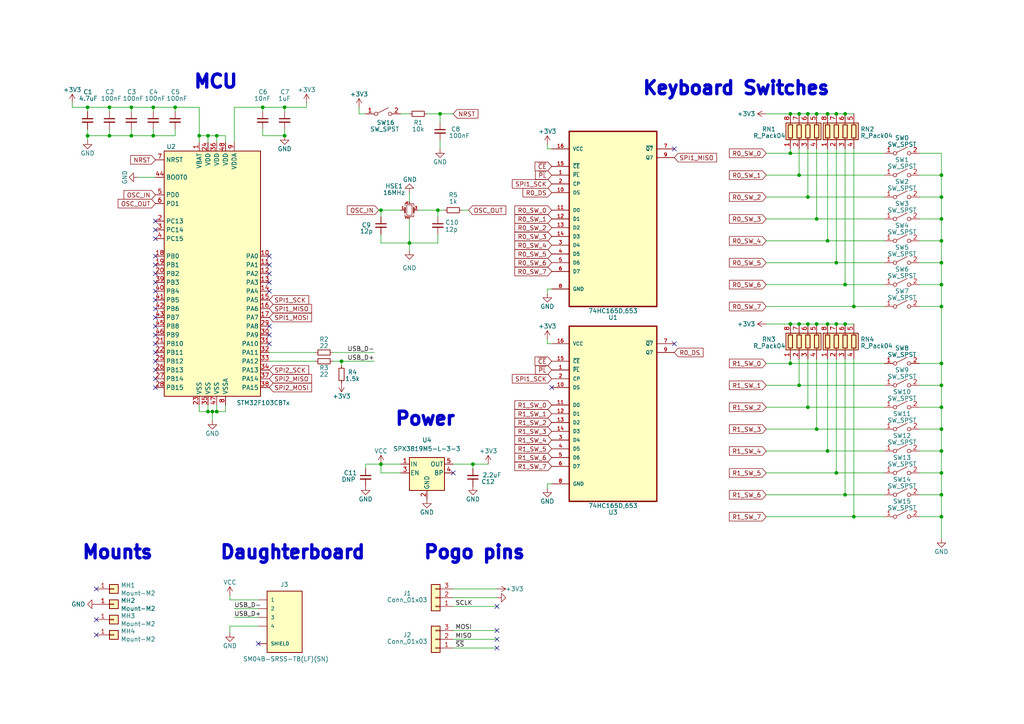
<source format=kicad_sch>
(kicad_sch (version 20211123) (generator eeschema)
  (paper "A4")
  (lib_symbols
    (symbol "74HC165D_653:74HC165D,653" (pin_names (offset 1.016))
      (property "Reference" "U" (at -5.2324 25.5016 0))
      (property "Value" "74HC165D,653" (at -3.429 -32.4104 0))
      (symbol "74HC165D,653_0_0"
        (rectangle (start -12.7 -27.94) (end 12.7 22.86) (stroke (width 0.4064)) (fill (type background)))
        (pin input line (at -17.78 10.16 0) (length 5.08) (name "~{PL}") (number "1"))
        (pin input line (at -17.78 5.08 0) (length 5.08) (name "DS") (number "10"))
        (pin input line (at -17.78 0 0) (length 5.08) (name "D0") (number "11"))
        (pin input line (at -17.78 -2.54 0) (length 5.08) (name "D1") (number "12"))
        (pin input line (at -17.78 -5.08 0) (length 5.08) (name "D2") (number "13"))
        (pin input line (at -17.78 -7.62 0) (length 5.08) (name "D3") (number "14"))
        (pin input line (at -17.78 12.7 0) (length 5.08) (name "~{CE}") (number "15"))
        (pin power_in line (at -17.78 17.78 0) (length 5.08) (name "VCC") (number "16"))
        (pin input line (at -17.78 7.62 0) (length 5.08) (name "CP") (number "2"))
        (pin input line (at -17.78 -10.16 0) (length 5.08) (name "D4") (number "3"))
        (pin input line (at -17.78 -12.7 0) (length 5.08) (name "D5") (number "4"))
        (pin input line (at -17.78 -15.24 0) (length 5.08) (name "D6") (number "5"))
        (pin input line (at -17.78 -17.78 0) (length 5.08) (name "D7") (number "6"))
        (pin output line (at 17.78 17.78 180) (length 5.08) (name "~{Q7}") (number "7"))
        (pin passive line (at -17.78 -22.86 0) (length 5.08) (name "GND") (number "8"))
        (pin output line (at 17.78 15.24 180) (length 5.08) (name "Q7") (number "9"))
      )
    )
    (symbol "Connector_Generic:Conn_01x01" (pin_names (offset 1.016) hide)
      (property "Reference" "J" (at 0 2.54 0))
      (property "Value" "Conn_01x01" (at 0 -2.54 0))
      (symbol "Conn_01x01_1_1"
        (rectangle (start -1.27 0.127) (end 0 -0.127) (stroke (width 0.1524)))
        (rectangle (start -1.27 1.27) (end 1.27 -1.27) (stroke (width 0.254)) (fill (type background)))
        (pin passive line (at -5.08 0 0) (length 3.81) (name "Pin_1") (number "1"))
      )
    )
    (symbol "Connector_Generic:Conn_01x03" (pin_names (offset 1.016) hide)
      (property "Reference" "J" (at 0 5.08 0))
      (property "Value" "Conn_01x03" (at 0 -5.08 0))
      (symbol "Conn_01x03_1_1"
        (rectangle (start -1.27 -2.413) (end 0 -2.667) (stroke (width 0.1524)))
        (rectangle (start -1.27 0.127) (end 0 -0.127) (stroke (width 0.1524)))
        (rectangle (start -1.27 2.667) (end 0 2.413) (stroke (width 0.1524)))
        (rectangle (start -1.27 3.81) (end 1.27 -3.81) (stroke (width 0.254)) (fill (type background)))
        (pin passive line (at -5.08 2.54 0) (length 3.81) (name "Pin_1") (number "1"))
        (pin passive line (at -5.08 0 0) (length 3.81) (name "Pin_2") (number "2"))
        (pin passive line (at -5.08 -2.54 0) (length 3.81) (name "Pin_3") (number "3"))
      )
    )
    (symbol "Device:C_Small" (pin_numbers hide) (pin_names (offset 0.254) hide)
      (property "Reference" "C" (at 0.254 1.778 0))
      (property "Value" "C_Small" (at 0.254 -2.032 0))
      (symbol "C_Small_0_1"
        (polyline (pts (xy -1.524 -0.508) (xy 1.524 -0.508)) (stroke (width 0.3302)))
        (polyline (pts (xy -1.524 0.508) (xy 1.524 0.508)) (stroke (width 0.3048)))
      )
      (symbol "C_Small_1_1"
        (pin passive line (at 0 2.54 270) (length 2.032) (name "~") (number "1"))
        (pin passive line (at 0 -2.54 90) (length 2.032) (name "~") (number "2"))
      )
    )
    (symbol "Device:Crystal_GND24_Small" (pin_names (offset 1.016) hide)
      (property "Reference" "Y" (at 1.27 4.445 0))
      (property "Value" "Crystal_GND24_Small" (at 1.27 2.54 0))
      (symbol "Crystal_GND24_Small_0_1"
        (rectangle (start -0.762 -1.524) (end 0.762 1.524))
        (polyline (pts (xy -1.27 -0.762) (xy -1.27 0.762)) (stroke (width 0.381)))
        (polyline (pts (xy 1.27 -0.762) (xy 1.27 0.762)) (stroke (width 0.381)))
        (polyline (pts (xy -1.27 -1.27) (xy -1.27 -1.905) (xy 1.27 -1.905) (xy 1.27 -1.27)))
        (polyline (pts (xy -1.27 1.27) (xy -1.27 1.905) (xy 1.27 1.905) (xy 1.27 1.27)))
      )
      (symbol "Crystal_GND24_Small_1_1"
        (pin passive line (at -2.54 0 0) (length 1.27) (name "1") (number "1"))
        (pin passive line (at 0 -2.54 90) (length 0.635) (name "2") (number "2"))
        (pin passive line (at 2.54 0 180) (length 1.27) (name "3") (number "3"))
        (pin passive line (at 0 2.54 270) (length 0.635) (name "4") (number "4"))
      )
    )
    (symbol "Device:R_Pack04" (pin_names (offset 0) hide)
      (property "Reference" "RN" (at -7.62 0 90))
      (property "Value" "R_Pack04" (at 5.08 0 90))
      (symbol "R_Pack04_0_1"
        (rectangle (start -6.35 -2.413) (end 3.81 2.413) (stroke (width 0.254)) (fill (type background)))
        (rectangle (start -5.715 1.905) (end -4.445 -1.905) (stroke (width 0.254)))
        (rectangle (start -3.175 1.905) (end -1.905 -1.905) (stroke (width 0.254)))
        (rectangle (start -0.635 1.905) (end 0.635 -1.905) (stroke (width 0.254)))
        (polyline (pts (xy -5.08 -2.54) (xy -5.08 -1.905)))
        (polyline (pts (xy -5.08 1.905) (xy -5.08 2.54)))
        (polyline (pts (xy -2.54 -2.54) (xy -2.54 -1.905)))
        (polyline (pts (xy -2.54 1.905) (xy -2.54 2.54)))
        (polyline (pts (xy 0 -2.54) (xy 0 -1.905)))
        (polyline (pts (xy 0 1.905) (xy 0 2.54)))
        (polyline (pts (xy 2.54 -2.54) (xy 2.54 -1.905)))
        (polyline (pts (xy 2.54 1.905) (xy 2.54 2.54)))
        (rectangle (start 1.905 1.905) (end 3.175 -1.905) (stroke (width 0.254)))
      )
      (symbol "R_Pack04_1_1"
        (pin passive line (at -5.08 -5.08 90) (length 2.54) (name "R1.1") (number "1"))
        (pin passive line (at -2.54 -5.08 90) (length 2.54) (name "R2.1") (number "2"))
        (pin passive line (at 0 -5.08 90) (length 2.54) (name "R3.1") (number "3"))
        (pin passive line (at 2.54 -5.08 90) (length 2.54) (name "R4.1") (number "4"))
        (pin passive line (at 2.54 5.08 270) (length 2.54) (name "R4.2") (number "5"))
        (pin passive line (at 0 5.08 270) (length 2.54) (name "R3.2") (number "6"))
        (pin passive line (at -2.54 5.08 270) (length 2.54) (name "R2.2") (number "7"))
        (pin passive line (at -5.08 5.08 270) (length 2.54) (name "R1.2") (number "8"))
      )
    )
    (symbol "Device:R_Small" (pin_numbers hide) (pin_names (offset 0.254) hide)
      (property "Reference" "R" (at 0.762 0.508 0))
      (property "Value" "R_Small" (at 0.762 -1.016 0))
      (symbol "R_Small_0_1"
        (rectangle (start -0.762 1.778) (end 0.762 -1.778) (stroke (width 0.2032)))
      )
      (symbol "R_Small_1_1"
        (pin passive line (at 0 2.54 270) (length 0.762) (name "~") (number "1"))
        (pin passive line (at 0 -2.54 90) (length 0.762) (name "~") (number "2"))
      )
    )
    (symbol "MCU_ST_STM32F1:STM32F103CBTx"
      (property "Reference" "U" (at -15.24 36.83 0))
      (property "Value" "STM32F103CBTx" (at 7.62 36.83 0))
      (symbol "STM32F103CBTx_0_1"
        (rectangle (start -15.24 -35.56) (end 12.7 35.56) (stroke (width 0.254)) (fill (type background)))
      )
      (symbol "STM32F103CBTx_1_1"
        (pin power_in line (at -5.08 38.1 270) (length 2.54) (name "VBAT") (number "1"))
        (pin bidirectional line (at 15.24 5.08 180) (length 2.54) (name "PA0") (number "10"))
        (pin bidirectional line (at 15.24 2.54 180) (length 2.54) (name "PA1") (number "11"))
        (pin bidirectional line (at 15.24 0 180) (length 2.54) (name "PA2") (number "12"))
        (pin bidirectional line (at 15.24 -2.54 180) (length 2.54) (name "PA3") (number "13"))
        (pin bidirectional line (at 15.24 -5.08 180) (length 2.54) (name "PA4") (number "14"))
        (pin bidirectional line (at 15.24 -7.62 180) (length 2.54) (name "PA5") (number "15"))
        (pin bidirectional line (at 15.24 -10.16 180) (length 2.54) (name "PA6") (number "16"))
        (pin bidirectional line (at 15.24 -12.7 180) (length 2.54) (name "PA7") (number "17"))
        (pin bidirectional line (at -17.78 5.08 0) (length 2.54) (name "PB0") (number "18"))
        (pin bidirectional line (at -17.78 2.54 0) (length 2.54) (name "PB1") (number "19"))
        (pin bidirectional line (at -17.78 15.24 0) (length 2.54) (name "PC13") (number "2"))
        (pin bidirectional line (at -17.78 0 0) (length 2.54) (name "PB2") (number "20"))
        (pin bidirectional line (at -17.78 -20.32 0) (length 2.54) (name "PB10") (number "21"))
        (pin bidirectional line (at -17.78 -22.86 0) (length 2.54) (name "PB11") (number "22"))
        (pin power_in line (at -5.08 -38.1 90) (length 2.54) (name "VSS") (number "23"))
        (pin power_in line (at -2.54 38.1 270) (length 2.54) (name "VDD") (number "24"))
        (pin bidirectional line (at -17.78 -25.4 0) (length 2.54) (name "PB12") (number "25"))
        (pin bidirectional line (at -17.78 -27.94 0) (length 2.54) (name "PB13") (number "26"))
        (pin bidirectional line (at -17.78 -30.48 0) (length 2.54) (name "PB14") (number "27"))
        (pin bidirectional line (at -17.78 -33.02 0) (length 2.54) (name "PB15") (number "28"))
        (pin bidirectional line (at 15.24 -15.24 180) (length 2.54) (name "PA8") (number "29"))
        (pin bidirectional line (at -17.78 12.7 0) (length 2.54) (name "PC14") (number "3"))
        (pin bidirectional line (at 15.24 -17.78 180) (length 2.54) (name "PA9") (number "30"))
        (pin bidirectional line (at 15.24 -20.32 180) (length 2.54) (name "PA10") (number "31"))
        (pin bidirectional line (at 15.24 -22.86 180) (length 2.54) (name "PA11") (number "32"))
        (pin bidirectional line (at 15.24 -25.4 180) (length 2.54) (name "PA12") (number "33"))
        (pin bidirectional line (at 15.24 -27.94 180) (length 2.54) (name "PA13") (number "34"))
        (pin power_in line (at -2.54 -38.1 90) (length 2.54) (name "VSS") (number "35"))
        (pin power_in line (at 0 38.1 270) (length 2.54) (name "VDD") (number "36"))
        (pin bidirectional line (at 15.24 -30.48 180) (length 2.54) (name "PA14") (number "37"))
        (pin bidirectional line (at 15.24 -33.02 180) (length 2.54) (name "PA15") (number "38"))
        (pin bidirectional line (at -17.78 -2.54 0) (length 2.54) (name "PB3") (number "39"))
        (pin bidirectional line (at -17.78 10.16 0) (length 2.54) (name "PC15") (number "4"))
        (pin bidirectional line (at -17.78 -5.08 0) (length 2.54) (name "PB4") (number "40"))
        (pin bidirectional line (at -17.78 -7.62 0) (length 2.54) (name "PB5") (number "41"))
        (pin bidirectional line (at -17.78 -10.16 0) (length 2.54) (name "PB6") (number "42"))
        (pin bidirectional line (at -17.78 -12.7 0) (length 2.54) (name "PB7") (number "43"))
        (pin input line (at -17.78 27.94 0) (length 2.54) (name "BOOT0") (number "44"))
        (pin bidirectional line (at -17.78 -15.24 0) (length 2.54) (name "PB8") (number "45"))
        (pin bidirectional line (at -17.78 -17.78 0) (length 2.54) (name "PB9") (number "46"))
        (pin power_in line (at 0 -38.1 90) (length 2.54) (name "VSS") (number "47"))
        (pin power_in line (at 2.54 38.1 270) (length 2.54) (name "VDD") (number "48"))
        (pin input line (at -17.78 22.86 0) (length 2.54) (name "PD0") (number "5"))
        (pin input line (at -17.78 20.32 0) (length 2.54) (name "PD1") (number "6"))
        (pin input line (at -17.78 33.02 0) (length 2.54) (name "NRST") (number "7"))
        (pin power_in line (at 2.54 -38.1 90) (length 2.54) (name "VSSA") (number "8"))
        (pin power_in line (at 5.08 38.1 270) (length 2.54) (name "VDDA") (number "9"))
      )
    )
    (symbol "Regulator_Linear:SPX3819M5-L-3-3" (pin_names (offset 0.254))
      (property "Reference" "U" (at -3.81 5.715 0))
      (property "Value" "SPX3819M5-L-3-3" (at 0 5.715 0))
      (symbol "SPX3819M5-L-3-3_0_1"
        (rectangle (start -5.08 4.445) (end 5.08 -5.08) (stroke (width 0.254)) (fill (type background)))
      )
      (symbol "SPX3819M5-L-3-3_1_1"
        (pin power_in line (at -7.62 2.54 0) (length 2.54) (name "IN") (number "1"))
        (pin power_in line (at 0 -7.62 90) (length 2.54) (name "GND") (number "2"))
        (pin input line (at -7.62 0 0) (length 2.54) (name "EN") (number "3"))
        (pin input line (at 7.62 0 180) (length 2.54) (name "BP") (number "4"))
        (pin power_out line (at 7.62 2.54 180) (length 2.54) (name "OUT") (number "5"))
      )
    )
    (symbol "SM04B-SRSS-TB_LF__SN_:SM04B-SRSS-TB(LF)(SN)" (pin_numbers hide) (pin_names (offset 1.016))
      (property "Reference" "J" (at -5.08 8.1534 0))
      (property "Value" "SM04B-SRSS-TB(LF)(SN)" (at -5.08 -11.9634 0))
      (symbol "SM04B-SRSS-TB(LF)(SN)_0_0"
        (rectangle (start -5.08 -10.16) (end 5.08 7.62) (stroke (width 0.254)) (fill (type background)))
        (pin passive line (at -7.62 5.08 0) (length 2.54) (name "1") (number "1"))
        (pin passive line (at -7.62 2.54 0) (length 2.54) (name "2") (number "2"))
        (pin passive line (at -7.62 0 0) (length 2.54) (name "3") (number "3"))
        (pin passive line (at -7.62 -2.54 0) (length 2.54) (name "4") (number "4"))
        (pin passive line (at -7.62 -7.62 0) (length 2.54) (name "SHIELD") (number "S1"))
        (pin passive line (at -7.62 -7.62 0) (length 2.54) (name "SHIELD") (number "S2"))
      )
    )
    (symbol "Switch:SW_SPST" (pin_names (offset 0) hide)
      (property "Reference" "SW" (at 0 3.175 0))
      (property "Value" "SW_SPST" (at 0 -2.54 0))
      (symbol "SW_SPST_0_0"
        (circle (center -2.032 0) (radius 0.508))
        (polyline (pts (xy -1.524 0.254) (xy 1.524 1.778)))
        (circle (center 2.032 0) (radius 0.508))
      )
      (symbol "SW_SPST_1_1"
        (pin passive line (at -5.08 0 0) (length 2.54) (name "A") (number "1"))
        (pin passive line (at 5.08 0 180) (length 2.54) (name "B") (number "2"))
      )
    )
    (symbol "power:+3V3" (power) (pin_names (offset 0))
      (property "Value" "+3V3" (at 0 3.556 0))
      (symbol "+3V3_0_1"
        (polyline (pts (xy -0.762 1.27) (xy 0 2.54)))
        (polyline (pts (xy 0 0) (xy 0 2.54)))
        (polyline (pts (xy 0 2.54) (xy 0.762 1.27)))
      )
      (symbol "+3V3_1_1"
        (pin power_in line (at 0 0 90) (length 0) hide (name "+3V3") (number "1"))
      )
    )
    (symbol "power:GND" (power) (pin_names (offset 0))
      (property "Value" "GND" (at 0 -3.81 0))
      (symbol "GND_0_1"
        (polyline (pts (xy 0 0) (xy 0 -1.27) (xy 1.27 -1.27) (xy 0 -2.54) (xy -1.27 -1.27) (xy 0 -1.27)))
      )
      (symbol "GND_1_1"
        (pin power_in line (at 0 0 270) (length 0) hide (name "GND") (number "1"))
      )
    )
    (symbol "power:VCC" (power) (pin_names (offset 0))
      (property "Value" "VCC" (at 0 3.81 0))
      (symbol "VCC_0_1"
        (polyline (pts (xy -0.762 1.27) (xy 0 2.54)))
        (polyline (pts (xy 0 0) (xy 0 2.54)))
        (polyline (pts (xy 0 2.54) (xy 0.762 1.27)))
      )
      (symbol "VCC_1_1"
        (pin power_in line (at 0 0 90) (length 0) hide (name "VCC") (number "1"))
      )
    )
  )
  (junction (at 245.11 93.98))
  (junction (at 234.315 57.15))
  (junction (at 60.325 119.38))
  (junction (at 231.775 50.8))
  (junction (at 273.05 105.41))
  (junction (at 82.55 39.37))
  (junction (at 234.315 118.11))
  (junction (at 44.45 31.115))
  (junction (at 229.235 33.02))
  (junction (at 242.57 93.98))
  (junction (at 38.1 31.115))
  (junction (at 229.235 93.98))
  (junction (at 110.49 60.96))
  (junction (at 25.4 31.115))
  (junction (at 62.865 39.37))
  (junction (at 245.11 82.55))
  (junction (at 245.11 143.51))
  (junction (at 273.05 118.11))
  (junction (at 236.855 33.02))
  (junction (at 240.03 130.81))
  (junction (at 247.65 88.9))
  (junction (at 242.57 76.2))
  (junction (at 110.49 134.62))
  (junction (at 273.05 143.51))
  (junction (at 242.57 137.16))
  (junction (at 236.855 93.98))
  (junction (at 99.06 104.775))
  (junction (at 31.75 31.115))
  (junction (at 231.775 111.76))
  (junction (at 31.75 39.37))
  (junction (at 50.8 31.115))
  (junction (at 25.4 39.37))
  (junction (at 273.05 124.46))
  (junction (at 76.2 31.115))
  (junction (at 273.05 130.81))
  (junction (at 234.315 93.98))
  (junction (at 127.635 33.02))
  (junction (at 273.05 76.2))
  (junction (at 273.05 63.5))
  (junction (at 247.65 149.86))
  (junction (at 229.235 44.45))
  (junction (at 231.775 93.98))
  (junction (at 231.775 33.02))
  (junction (at 245.11 33.02))
  (junction (at 62.865 119.38))
  (junction (at 229.235 105.41))
  (junction (at 273.05 149.86))
  (junction (at 137.16 134.62))
  (junction (at 236.855 124.46))
  (junction (at 82.55 31.115))
  (junction (at 273.05 57.15))
  (junction (at 127 60.96))
  (junction (at 240.03 93.98))
  (junction (at 273.05 137.16))
  (junction (at 60.325 39.37))
  (junction (at 57.785 39.37))
  (junction (at 118.745 70.485))
  (junction (at 240.03 69.85))
  (junction (at 240.03 33.02))
  (junction (at 44.45 39.37))
  (junction (at 273.05 50.8))
  (junction (at 273.05 69.85))
  (junction (at 234.315 33.02))
  (junction (at 38.1 39.37))
  (junction (at 236.855 63.5))
  (junction (at 242.57 33.02))
  (junction (at 273.05 111.76))
  (junction (at 273.05 82.55))
  (junction (at 61.595 119.38))
  (junction (at 273.05 88.9))
  (no_connect (at 45.085 86.995))
  (no_connect (at 45.085 66.675))
  (no_connect (at 78.105 76.835))
  (no_connect (at 78.105 84.455))
  (no_connect (at 45.085 97.155))
  (no_connect (at 27.94 184.15))
  (no_connect (at 45.085 76.835))
  (no_connect (at 78.105 74.295))
  (no_connect (at 78.105 97.155))
  (no_connect (at 45.085 74.295))
  (no_connect (at 45.085 84.455))
  (no_connect (at 131.445 137.16))
  (no_connect (at 45.085 81.915))
  (no_connect (at 45.085 64.135))
  (no_connect (at 144.145 175.895))
  (no_connect (at 144.145 187.96))
  (no_connect (at 78.105 79.375))
  (no_connect (at 78.105 99.695))
  (no_connect (at 45.085 69.215))
  (no_connect (at 45.085 79.375))
  (no_connect (at 27.94 179.705))
  (no_connect (at 144.145 182.88))
  (no_connect (at 144.145 185.42))
  (no_connect (at 74.93 186.69))
  (no_connect (at 45.085 94.615))
  (no_connect (at 45.085 92.075))
  (no_connect (at 45.085 109.855))
  (no_connect (at 27.94 170.815))
  (no_connect (at 195.58 99.695))
  (no_connect (at 160.02 112.395))
  (no_connect (at 45.085 102.235))
  (no_connect (at 78.105 94.615))
  (no_connect (at 45.085 89.535))
  (no_connect (at 45.085 107.315))
  (no_connect (at 195.58 43.18))
  (no_connect (at 45.085 112.395))
  (no_connect (at 78.105 81.915))
  (no_connect (at 45.085 104.775))
  (no_connect (at 45.085 99.695))
  (wire (pts (xy 62.865 39.37) (xy 62.865 41.275)))
  (wire (pts (xy 231.775 43.18) (xy 231.775 50.8)))
  (wire (pts (xy 99.06 104.775) (xy 99.06 106.045)))
  (wire (pts (xy 65.405 117.475) (xy 65.405 119.38)))
  (wire (pts (xy 266.7 143.51) (xy 273.05 143.51)))
  (wire (pts (xy 61.595 119.38) (xy 61.595 121.92)))
  (wire (pts (xy 131.445 170.815) (xy 144.145 170.815)))
  (wire (pts (xy 229.235 33.02) (xy 231.775 33.02)))
  (wire (pts (xy 118.745 70.485) (xy 118.745 72.644)))
  (wire (pts (xy 110.49 134.62) (xy 116.205 134.62)))
  (wire (pts (xy 266.7 130.81) (xy 273.05 130.81)))
  (wire (pts (xy 222.25 111.76) (xy 231.775 111.76)))
  (wire (pts (xy 245.11 93.98) (xy 247.65 93.98)))
  (wire (pts (xy 160.02 140.335) (xy 158.75 140.335)))
  (wire (pts (xy 234.315 104.14) (xy 234.315 118.11)))
  (wire (pts (xy 229.235 43.18) (xy 229.235 44.45)))
  (wire (pts (xy 76.2 31.115) (xy 82.55 31.115)))
  (wire (pts (xy 118.745 70.485) (xy 127 70.485)))
  (wire (pts (xy 110.49 70.485) (xy 110.49 67.945)))
  (wire (pts (xy 57.785 117.475) (xy 57.785 119.38)))
  (wire (pts (xy 104.14 31.115) (xy 104.14 33.02)))
  (wire (pts (xy 96.52 102.235) (xy 108.585 102.235)))
  (wire (pts (xy 273.05 76.2) (xy 273.05 82.55)))
  (wire (pts (xy 66.675 181.61) (xy 66.675 183.515)))
  (wire (pts (xy 266.7 88.9) (xy 273.05 88.9)))
  (wire (pts (xy 66.675 181.61) (xy 74.93 181.61)))
  (wire (pts (xy 57.785 39.37) (xy 57.785 31.115)))
  (wire (pts (xy 236.855 93.98) (xy 240.03 93.98)))
  (wire (pts (xy 273.05 149.86) (xy 266.7 149.86)))
  (wire (pts (xy 231.775 50.8) (xy 256.54 50.8)))
  (wire (pts (xy 131.445 134.62) (xy 137.16 134.62)))
  (wire (pts (xy 231.775 111.76) (xy 256.54 111.76)))
  (wire (pts (xy 266.7 69.85) (xy 273.05 69.85)))
  (wire (pts (xy 131.445 185.42) (xy 144.145 185.42)))
  (wire (pts (xy 245.11 143.51) (xy 256.54 143.51)))
  (wire (pts (xy 236.855 104.14) (xy 236.855 124.46)))
  (wire (pts (xy 236.855 124.46) (xy 256.54 124.46)))
  (wire (pts (xy 266.7 118.11) (xy 273.05 118.11)))
  (wire (pts (xy 62.865 117.475) (xy 62.865 119.38)))
  (wire (pts (xy 116.205 33.02) (xy 118.745 33.02)))
  (wire (pts (xy 245.11 43.18) (xy 245.11 82.55)))
  (wire (pts (xy 44.45 31.115) (xy 44.45 32.385)))
  (wire (pts (xy 82.55 39.37) (xy 82.55 37.465)))
  (wire (pts (xy 96.52 104.775) (xy 99.06 104.775)))
  (wire (pts (xy 273.05 118.11) (xy 273.05 124.46)))
  (wire (pts (xy 78.105 102.235) (xy 91.44 102.235)))
  (wire (pts (xy 273.05 44.45) (xy 273.05 50.8)))
  (wire (pts (xy 127.635 33.02) (xy 131.445 33.02)))
  (wire (pts (xy 106.045 134.62) (xy 106.045 135.89)))
  (wire (pts (xy 236.855 33.02) (xy 240.03 33.02)))
  (wire (pts (xy 242.57 76.2) (xy 256.54 76.2)))
  (wire (pts (xy 266.7 124.46) (xy 273.05 124.46)))
  (wire (pts (xy 160.02 83.82) (xy 158.75 83.82)))
  (wire (pts (xy 160.02 43.18) (xy 158.75 43.18)))
  (wire (pts (xy 25.4 37.465) (xy 25.4 39.37)))
  (wire (pts (xy 229.235 44.45) (xy 256.54 44.45)))
  (wire (pts (xy 104.14 33.02) (xy 106.045 33.02)))
  (wire (pts (xy 240.03 69.85) (xy 256.54 69.85)))
  (wire (pts (xy 158.75 83.82) (xy 158.75 85.09)))
  (wire (pts (xy 158.75 43.18) (xy 158.75 41.91)))
  (wire (pts (xy 222.25 33.02) (xy 229.235 33.02)))
  (wire (pts (xy 240.03 104.14) (xy 240.03 130.81)))
  (wire (pts (xy 118.745 63.5) (xy 118.745 70.485)))
  (wire (pts (xy 137.16 134.62) (xy 137.16 135.89)))
  (wire (pts (xy 38.1 39.37) (xy 31.75 39.37)))
  (wire (pts (xy 50.8 31.115) (xy 44.45 31.115)))
  (wire (pts (xy 82.55 32.385) (xy 82.55 31.115)))
  (wire (pts (xy 273.05 57.15) (xy 273.05 63.5)))
  (wire (pts (xy 242.57 137.16) (xy 256.54 137.16)))
  (wire (pts (xy 245.11 33.02) (xy 247.65 33.02)))
  (wire (pts (xy 110.49 137.16) (xy 116.205 137.16)))
  (wire (pts (xy 273.05 137.16) (xy 273.05 143.51)))
  (wire (pts (xy 231.775 33.02) (xy 234.315 33.02)))
  (wire (pts (xy 222.25 57.15) (xy 234.315 57.15)))
  (wire (pts (xy 110.49 60.96) (xy 116.205 60.96)))
  (wire (pts (xy 266.7 111.76) (xy 273.05 111.76)))
  (wire (pts (xy 109.855 60.96) (xy 110.49 60.96)))
  (wire (pts (xy 222.25 130.81) (xy 240.03 130.81)))
  (wire (pts (xy 67.945 31.115) (xy 67.945 41.275)))
  (wire (pts (xy 61.595 119.38) (xy 62.865 119.38)))
  (wire (pts (xy 20.955 31.115) (xy 25.4 31.115)))
  (wire (pts (xy 131.445 182.88) (xy 144.145 182.88)))
  (wire (pts (xy 88.9 29.845) (xy 88.9 31.115)))
  (wire (pts (xy 78.105 104.775) (xy 91.44 104.775)))
  (wire (pts (xy 247.65 43.18) (xy 247.65 88.9)))
  (wire (pts (xy 65.405 41.275) (xy 65.405 39.37)))
  (wire (pts (xy 229.235 93.98) (xy 231.775 93.98)))
  (wire (pts (xy 20.955 29.845) (xy 20.955 31.115)))
  (wire (pts (xy 231.775 104.14) (xy 231.775 111.76)))
  (wire (pts (xy 234.315 118.11) (xy 256.54 118.11)))
  (wire (pts (xy 234.315 43.18) (xy 234.315 57.15)))
  (wire (pts (xy 60.325 39.37) (xy 60.325 41.275)))
  (wire (pts (xy 76.2 39.37) (xy 82.55 39.37)))
  (wire (pts (xy 240.03 93.98) (xy 242.57 93.98)))
  (wire (pts (xy 222.25 105.41) (xy 229.235 105.41)))
  (wire (pts (xy 76.2 32.385) (xy 76.2 31.115)))
  (wire (pts (xy 231.775 93.98) (xy 234.315 93.98)))
  (wire (pts (xy 266.7 50.8) (xy 273.05 50.8)))
  (wire (pts (xy 50.8 37.465) (xy 50.8 39.37)))
  (wire (pts (xy 273.05 63.5) (xy 273.05 69.85)))
  (wire (pts (xy 67.945 179.07) (xy 74.93 179.07)))
  (wire (pts (xy 127 67.945) (xy 127 70.485)))
  (wire (pts (xy 247.65 149.86) (xy 256.54 149.86)))
  (wire (pts (xy 240.03 33.02) (xy 242.57 33.02)))
  (wire (pts (xy 121.285 60.96) (xy 127 60.96)))
  (wire (pts (xy 266.7 76.2) (xy 273.05 76.2)))
  (wire (pts (xy 44.45 31.115) (xy 38.1 31.115)))
  (wire (pts (xy 133.985 60.96) (xy 135.89 60.96)))
  (wire (pts (xy 137.16 134.62) (xy 141.605 134.62)))
  (wire (pts (xy 222.25 118.11) (xy 234.315 118.11)))
  (wire (pts (xy 273.05 69.85) (xy 273.05 76.2)))
  (wire (pts (xy 25.4 39.37) (xy 25.4 40.64)))
  (wire (pts (xy 222.25 44.45) (xy 229.235 44.45)))
  (wire (pts (xy 40.005 51.435) (xy 45.085 51.435)))
  (wire (pts (xy 66.675 173.99) (xy 66.675 172.72)))
  (wire (pts (xy 44.45 39.37) (xy 50.8 39.37)))
  (wire (pts (xy 234.315 93.98) (xy 236.855 93.98)))
  (wire (pts (xy 60.325 119.38) (xy 61.595 119.38)))
  (wire (pts (xy 99.06 104.775) (xy 108.585 104.775)))
  (wire (pts (xy 273.05 82.55) (xy 273.05 88.9)))
  (wire (pts (xy 67.945 31.115) (xy 76.2 31.115)))
  (wire (pts (xy 242.57 93.98) (xy 245.11 93.98)))
  (wire (pts (xy 222.25 50.8) (xy 231.775 50.8)))
  (wire (pts (xy 229.235 105.41) (xy 256.54 105.41)))
  (wire (pts (xy 242.57 43.18) (xy 242.57 76.2)))
  (wire (pts (xy 240.03 43.18) (xy 240.03 69.85)))
  (wire (pts (xy 266.7 57.15) (xy 273.05 57.15)))
  (wire (pts (xy 242.57 104.14) (xy 242.57 137.16)))
  (wire (pts (xy 127.635 33.02) (xy 127.635 35.56)))
  (wire (pts (xy 222.25 69.85) (xy 240.03 69.85)))
  (wire (pts (xy 67.945 176.53) (xy 74.93 176.53)))
  (wire (pts (xy 273.05 156.21) (xy 273.05 149.86)))
  (wire (pts (xy 266.7 63.5) (xy 273.05 63.5)))
  (wire (pts (xy 44.45 37.465) (xy 44.45 39.37)))
  (wire (pts (xy 273.05 143.51) (xy 273.05 149.86)))
  (wire (pts (xy 60.325 117.475) (xy 60.325 119.38)))
  (wire (pts (xy 234.315 33.02) (xy 236.855 33.02)))
  (wire (pts (xy 62.865 119.38) (xy 65.405 119.38)))
  (wire (pts (xy 110.49 60.96) (xy 110.49 62.865)))
  (wire (pts (xy 222.25 137.16) (xy 242.57 137.16)))
  (wire (pts (xy 222.25 149.86) (xy 247.65 149.86)))
  (wire (pts (xy 266.7 105.41) (xy 273.05 105.41)))
  (wire (pts (xy 160.02 99.695) (xy 158.75 99.695)))
  (wire (pts (xy 273.05 88.9) (xy 273.05 105.41)))
  (wire (pts (xy 245.11 104.14) (xy 245.11 143.51)))
  (wire (pts (xy 222.25 76.2) (xy 242.57 76.2)))
  (wire (pts (xy 229.235 104.14) (xy 229.235 105.41)))
  (wire (pts (xy 110.49 134.62) (xy 110.49 137.16)))
  (wire (pts (xy 242.57 33.02) (xy 245.11 33.02)))
  (wire (pts (xy 31.75 39.37) (xy 25.4 39.37)))
  (wire (pts (xy 110.49 70.485) (xy 118.745 70.485)))
  (wire (pts (xy 76.2 37.465) (xy 76.2 39.37)))
  (wire (pts (xy 273.05 111.76) (xy 273.05 118.11)))
  (wire (pts (xy 60.325 39.37) (xy 62.865 39.37)))
  (wire (pts (xy 118.745 58.42) (xy 118.745 55.88)))
  (wire (pts (xy 127 60.96) (xy 127 62.865)))
  (wire (pts (xy 222.25 124.46) (xy 236.855 124.46)))
  (wire (pts (xy 38.1 31.115) (xy 31.75 31.115)))
  (wire (pts (xy 131.445 175.895) (xy 144.145 175.895)))
  (wire (pts (xy 222.25 143.51) (xy 245.11 143.51)))
  (wire (pts (xy 31.75 31.115) (xy 25.4 31.115)))
  (wire (pts (xy 38.1 39.37) (xy 44.45 39.37)))
  (wire (pts (xy 234.315 57.15) (xy 256.54 57.15)))
  (wire (pts (xy 57.785 119.38) (xy 60.325 119.38)))
  (wire (pts (xy 57.785 39.37) (xy 60.325 39.37)))
  (wire (pts (xy 82.55 31.115) (xy 88.9 31.115)))
  (wire (pts (xy 247.65 104.14) (xy 247.65 149.86)))
  (wire (pts (xy 106.045 134.62) (xy 110.49 134.62)))
  (wire (pts (xy 38.1 31.115) (xy 38.1 32.385)))
  (wire (pts (xy 266.7 82.55) (xy 273.05 82.55)))
  (wire (pts (xy 158.75 99.695) (xy 158.75 98.425)))
  (wire (pts (xy 222.25 82.55) (xy 245.11 82.55)))
  (wire (pts (xy 266.7 137.16) (xy 273.05 137.16)))
  (wire (pts (xy 273.05 130.81) (xy 273.05 137.16)))
  (wire (pts (xy 236.855 63.5) (xy 256.54 63.5)))
  (wire (pts (xy 222.25 63.5) (xy 236.855 63.5)))
  (wire (pts (xy 240.03 130.81) (xy 256.54 130.81)))
  (wire (pts (xy 25.4 31.115) (xy 25.4 32.385)))
  (wire (pts (xy 273.05 124.46) (xy 273.05 130.81)))
  (wire (pts (xy 127.635 40.64) (xy 127.635 43.18)))
  (wire (pts (xy 50.8 32.385) (xy 50.8 31.115)))
  (wire (pts (xy 273.05 44.45) (xy 266.7 44.45)))
  (wire (pts (xy 273.05 50.8) (xy 273.05 57.15)))
  (wire (pts (xy 31.75 37.465) (xy 31.75 39.37)))
  (wire (pts (xy 50.8 31.115) (xy 57.785 31.115)))
  (wire (pts (xy 57.785 39.37) (xy 57.785 41.275)))
  (wire (pts (xy 245.11 82.55) (xy 256.54 82.55)))
  (wire (pts (xy 31.75 31.115) (xy 31.75 32.385)))
  (wire (pts (xy 222.25 93.98) (xy 229.235 93.98)))
  (wire (pts (xy 247.65 88.9) (xy 256.54 88.9)))
  (wire (pts (xy 131.445 187.96) (xy 144.145 187.96)))
  (wire (pts (xy 127 60.96) (xy 128.905 60.96)))
  (wire (pts (xy 273.05 105.41) (xy 273.05 111.76)))
  (wire (pts (xy 38.1 37.465) (xy 38.1 39.37)))
  (wire (pts (xy 158.75 140.335) (xy 158.75 141.605)))
  (wire (pts (xy 62.865 39.37) (xy 65.405 39.37)))
  (wire (pts (xy 131.445 173.355) (xy 144.145 173.355)))
  (wire (pts (xy 66.675 173.99) (xy 74.93 173.99)))
  (wire (pts (xy 123.825 33.02) (xy 127.635 33.02)))
  (wire (pts (xy 222.25 88.9) (xy 247.65 88.9)))
  (wire (pts (xy 236.855 43.18) (xy 236.855 63.5)))
  (text "Daughterboard\n" (at 63.5 162.56 0) (effects (font (size 3.81 3.81) (thickness 1.016) bold) (justify left bottom)))
  (text "Keyboard Switches\n" (at 186.055 27.94 0) (effects (font (size 3.81 3.81) (thickness 1.016) bold) (justify left bottom)))
  (text "Pogo pins\n" (at 122.555 162.56 0) (effects (font (size 3.81 3.81) (thickness 1.016) bold) (justify left bottom)))
  (text "Power\n" (at 114.3 123.825 0) (effects (font (size 3.81 3.81) (thickness 1.016) bold) (justify left bottom)))
  (text "Mounts\n" (at 23.495 162.56 0) (effects (font (size 3.81 3.81) (thickness 1.016) bold) (justify left bottom)))
  (text "MCU\n" (at 55.88 26.035 0) (effects (font (size 3.81 3.81) (thickness 1.016) bold) (justify left bottom)))
  (label "USB_D+" (at 108.585 104.775 180))
  (label "USB_D-" (at 67.945 176.53 0))
  (label "MOSI" (at 132.08 182.88 0))
  (label "SCLK" (at 132.08 175.895 0))
  (label "USB_D-" (at 108.585 102.235 180))
  (label "USB_D+" (at 67.945 179.07 0))
  (label "~{SS}" (at 132.08 187.96 0))
  (label "MISO" (at 132.08 185.42 0))
  (global_label "R0_SW_1" (shape input) (at 222.25 50.8 180) (property "Intersheet References" "${INTERSHEET_REFS}" (effects hide)))
  (global_label "R1_SW_6" (shape input) (at 222.25 143.51 180) (property "Intersheet References" "${INTERSHEET_REFS}" (effects hide)))
  (global_label "R0_SW_6" (shape input) (at 160.02 76.2 180) (property "Intersheet References" "${INTERSHEET_REFS}" (effects hide)))
  (global_label "R0_SW_5" (shape input) (at 160.02 73.66 180) (property "Intersheet References" "${INTERSHEET_REFS}" (effects hide)))
  (global_label "~{CE}" (shape input) (at 160.02 48.26 180) (property "Intersheet References" "${INTERSHEET_REFS}" (effects hide)))
  (global_label "R1_SW_2" (shape input) (at 222.25 118.11 180) (property "Intersheet References" "${INTERSHEET_REFS}" (effects hide)))
  (global_label "R0_SW_5" (shape input) (at 222.25 76.2 180) (property "Intersheet References" "${INTERSHEET_REFS}" (effects hide)))
  (global_label "R0_DS" (shape input) (at 160.02 55.88 180) (property "Intersheet References" "${INTERSHEET_REFS}" (effects hide)))
  (global_label "OSC_IN" (shape input) (at 45.085 56.515 180) (property "Intersheet References" "${INTERSHEET_REFS}" (effects hide)))
  (global_label "R1_SW_5" (shape input) (at 160.02 130.175 180) (property "Intersheet References" "${INTERSHEET_REFS}" (effects hide)))
  (global_label "SPI2_MISO" (shape input) (at 78.105 109.855 0) (property "Intersheet References" "${INTERSHEET_REFS}" (effects hide)))
  (global_label "SPI1_MISO" (shape input) (at 78.105 89.535 0) (property "Intersheet References" "${INTERSHEET_REFS}" (effects hide)))
  (global_label "R0_SW_3" (shape input) (at 160.02 68.58 180) (property "Intersheet References" "${INTERSHEET_REFS}" (effects hide)))
  (global_label "SPI1_MOSI" (shape input) (at 78.105 92.075 0) (property "Intersheet References" "${INTERSHEET_REFS}" (effects hide)))
  (global_label "R0_SW_3" (shape input) (at 222.25 63.5 180) (property "Intersheet References" "${INTERSHEET_REFS}" (effects hide)))
  (global_label "R1_SW_6" (shape input) (at 160.02 132.715 180) (property "Intersheet References" "${INTERSHEET_REFS}" (effects hide)))
  (global_label "OSC_IN" (shape input) (at 109.855 60.96 180) (property "Intersheet References" "${INTERSHEET_REFS}" (effects hide)))
  (global_label "SPI1_MISO" (shape input) (at 195.58 45.72 0) (property "Intersheet References" "${INTERSHEET_REFS}" (effects hide)))
  (global_label "R0_DS" (shape input) (at 195.58 102.235 0) (property "Intersheet References" "${INTERSHEET_REFS}" (effects hide)))
  (global_label "R1_SW_3" (shape input) (at 160.02 125.095 180) (property "Intersheet References" "${INTERSHEET_REFS}" (effects hide)))
  (global_label "SPI2_MOSI" (shape input) (at 78.105 112.395 0) (property "Intersheet References" "${INTERSHEET_REFS}" (effects hide)))
  (global_label "R1_SW_0" (shape input) (at 160.02 117.475 180) (property "Intersheet References" "${INTERSHEET_REFS}" (effects hide)))
  (global_label "NRST" (shape input) (at 45.085 46.355 180) (property "Intersheet References" "${INTERSHEET_REFS}" (effects hide)))
  (global_label "R1_SW_3" (shape input) (at 222.25 124.46 180) (property "Intersheet References" "${INTERSHEET_REFS}" (effects hide)))
  (global_label "NRST" (shape input) (at 131.445 33.02 0) (property "Intersheet References" "${INTERSHEET_REFS}" (effects hide)))
  (global_label "R0_SW_6" (shape input) (at 222.25 82.55 180) (property "Intersheet References" "${INTERSHEET_REFS}" (effects hide)))
  (global_label "R0_SW_4" (shape input) (at 222.25 69.85 180) (property "Intersheet References" "${INTERSHEET_REFS}" (effects hide)))
  (global_label "R0_SW_2" (shape input) (at 222.25 57.15 180) (property "Intersheet References" "${INTERSHEET_REFS}" (effects hide)))
  (global_label "~{CE}" (shape input) (at 160.02 104.775 180) (property "Intersheet References" "${INTERSHEET_REFS}" (effects hide)))
  (global_label "SPI1_SCK" (shape input) (at 160.02 109.855 180) (property "Intersheet References" "${INTERSHEET_REFS}" (effects hide)))
  (global_label "R1_SW_5" (shape input) (at 222.25 137.16 180) (property "Intersheet References" "${INTERSHEET_REFS}" (effects hide)))
  (global_label "R0_SW_7" (shape input) (at 222.25 88.9 180) (property "Intersheet References" "${INTERSHEET_REFS}" (effects hide)))
  (global_label "~{PL}" (shape input) (at 160.02 107.315 180) (property "Intersheet References" "${INTERSHEET_REFS}" (effects hide)))
  (global_label "~{PL}" (shape input) (at 160.02 50.8 180) (property "Intersheet References" "${INTERSHEET_REFS}" (effects hide)))
  (global_label "SPI1_SCK" (shape input) (at 160.02 53.34 180) (property "Intersheet References" "${INTERSHEET_REFS}" (effects hide)))
  (global_label "R0_SW_0" (shape input) (at 222.25 44.45 180) (property "Intersheet References" "${INTERSHEET_REFS}" (effects hide)))
  (global_label "OSC_OUT" (shape input) (at 135.89 60.96 0) (property "Intersheet References" "${INTERSHEET_REFS}" (effects hide)))
  (global_label "R1_SW_2" (shape input) (at 160.02 122.555 180) (property "Intersheet References" "${INTERSHEET_REFS}" (effects hide)))
  (global_label "R1_SW_7" (shape input) (at 222.25 149.86 180) (property "Intersheet References" "${INTERSHEET_REFS}" (effects hide)))
  (global_label "R1_SW_1" (shape input) (at 222.25 111.76 180) (property "Intersheet References" "${INTERSHEET_REFS}" (effects hide)))
  (global_label "R0_SW_4" (shape input) (at 160.02 71.12 180) (property "Intersheet References" "${INTERSHEET_REFS}" (effects hide)))
  (global_label "R0_SW_0" (shape input) (at 160.02 60.96 180) (property "Intersheet References" "${INTERSHEET_REFS}" (effects hide)))
  (global_label "SPI1_SCK" (shape input) (at 78.105 86.995 0) (property "Intersheet References" "${INTERSHEET_REFS}" (effects hide)))
  (global_label "R0_SW_1" (shape input) (at 160.02 63.5 180) (property "Intersheet References" "${INTERSHEET_REFS}" (effects hide)))
  (global_label "R0_SW_7" (shape input) (at 160.02 78.74 180) (property "Intersheet References" "${INTERSHEET_REFS}" (effects hide)))
  (global_label "R1_SW_0" (shape input) (at 222.25 105.41 180) (property "Intersheet References" "${INTERSHEET_REFS}" (effects hide)))
  (global_label "R1_SW_7" (shape input) (at 160.02 135.255 180) (property "Intersheet References" "${INTERSHEET_REFS}" (effects hide)))
  (global_label "R1_SW_4" (shape input) (at 222.25 130.81 180) (property "Intersheet References" "${INTERSHEET_REFS}" (effects hide)))
  (global_label "R1_SW_1" (shape input) (at 160.02 120.015 180) (property "Intersheet References" "${INTERSHEET_REFS}" (effects hide)))
  (global_label "R0_SW_2" (shape input) (at 160.02 66.04 180) (property "Intersheet References" "${INTERSHEET_REFS}" (effects hide)))
  (global_label "OSC_OUT" (shape input) (at 45.085 59.055 180) (property "Intersheet References" "${INTERSHEET_REFS}" (effects hide)))
  (global_label "R1_SW_4" (shape input) (at 160.02 127.635 180) (property "Intersheet References" "${INTERSHEET_REFS}" (effects hide)))
  (global_label "SPI2_SCK" (shape input) (at 78.105 107.315 0) (property "Intersheet References" "${INTERSHEET_REFS}" (effects hide)))
  (symbol (lib_id "Connector_Generic:Conn_01x01") (at 33.02 184.15 0) (unit 1)
    (property "Reference" "MH4" (at 35.0266 183.0832 0) (effects (justify left)))
    (property "Value" "Mount-M2" (at 35.0266 185.3946 0) (effects (justify left)))
    (property "Footprint" "random-keyboard-parts:Generic-Mounthole" (effects hide))
  )
  (symbol (lib_id "Device:C_Small") (at 110.49 65.405 0) (unit 1)
    (property "Reference" "C9" (at 104.902 65.278 0) (effects (justify left)))
    (property "Value" "12p" (at 104.394 67.056 0) (effects (justify left)))
    (property "Footprint" "Capacitor_SMD:C_0402_1005Metric" (effects hide))
  )
  (symbol (lib_id "power:GND") (at 118.745 72.644 0) (unit 1)
    (property "Reference" "#PWR011" (effects hide))
    (property "Value" "GND" (at 118.745 77.724 0))
  )
  (symbol (lib_id "Switch:SW_SPST") (at 261.62 50.8 0) (unit 1)
    (property "Reference" "SW1" (at 261.62 46.355 0))
    (property "Value" "SW_SPST" (at 261.62 48.26 0))
    (property "Footprint" "MX_Alps_Hybrid:MX-1U-NoLED" (effects hide))
  )
  (symbol (lib_id "Connector_Generic:Conn_01x01") (at 33.02 175.26 0) (unit 1)
    (property "Reference" "MH2" (at 35.0266 174.1932 0) (effects (justify left)))
    (property "Value" "Mount-M2" (at 35.0266 176.5046 0) (effects (justify left)))
    (property "Footprint" "random-keyboard-parts:Generic-Mounthole" (effects hide))
  )
  (symbol (lib_id "power:GND") (at 127.635 43.18 0) (unit 1)
    (property "Reference" "#PWR08" (effects hide))
    (property "Value" "GND" (at 127.635 46.99 0))
  )
  (symbol (lib_id "power:GND") (at 144.145 173.355 90) (unit 1)
    (property "Reference" "#PWR026" (effects hide))
    (property "Value" "GND" (effects hide))
  )
  (symbol (lib_id "Switch:SW_SPST") (at 261.62 82.55 0) (unit 1)
    (property "Reference" "SW6" (at 261.62 78.105 0))
    (property "Value" "SW_SPST" (at 261.62 80.01 0))
    (property "Footprint" "MX_Alps_Hybrid:MX-1U-NoLED" (effects hide))
  )
  (symbol (lib_id "power:+3V3") (at 222.25 93.98 90) (unit 1)
    (property "Reference" "#PWR013" (effects hide))
    (property "Value" "+3V3" (at 219.075 93.9799 90) (effects (justify left)))
  )
  (symbol (lib_id "power:+3V3") (at 20.955 29.845 0) (unit 1)
    (property "Reference" "#PWR0101" (effects hide))
    (property "Value" "+3V3" (at 20.955 26.035 0))
  )
  (symbol (lib_id "power:+3V3") (at 158.75 41.91 0) (unit 1)
    (property "Reference" "#PWR07" (effects hide))
    (property "Value" "+3V3" (at 158.75 38.1 0))
  )
  (symbol (lib_id "Device:C_Small") (at 76.2 34.925 0) (unit 1)
    (property "Reference" "C6" (at 74.93 26.67 0) (effects (justify left)))
    (property "Value" "10nF" (at 73.66 28.575 0) (effects (justify left)))
    (property "Footprint" "Capacitor_SMD:C_0402_1005Metric" (effects hide))
  )
  (symbol (lib_id "power:+3V3") (at 99.06 111.125 180) (unit 1)
    (property "Reference" "#PWR015" (effects hide))
    (property "Value" "+3V3" (at 99.06 114.935 0))
  )
  (symbol (lib_id "power:GND") (at 66.675 183.515 0) (unit 1)
    (property "Reference" "#PWR028" (effects hide))
    (property "Value" "GND" (at 66.675 187.325 0))
  )
  (symbol (lib_id "Device:C_Small") (at 106.045 138.43 0) (unit 1)
    (property "Reference" "C11" (at 99.695 137.16 0) (effects (justify left)))
    (property "Value" "DNP" (at 99.06 139.065 0) (effects (justify left)))
    (property "Footprint" "Capacitor_SMD:C_0402_1005Metric" (effects hide))
  )
  (symbol (lib_id "power:GND") (at 158.75 85.09 0) (unit 1)
    (property "Reference" "#PWR012" (effects hide))
    (property "Value" "GND" (at 158.75 88.9 0))
  )
  (symbol (lib_id "power:GND") (at 158.75 141.605 0) (unit 1)
    (property "Reference" "#PWR021" (effects hide))
    (property "Value" "GND" (at 158.75 145.415 0))
  )
  (symbol (lib_id "Regulator_Linear:SPX3819M5-L-3-3") (at 123.825 137.16 0) (unit 1)
    (property "Reference" "U4" (at 123.825 127.635 0))
    (property "Value" "SPX3819M5-L-3-3" (at 123.825 130.175 0))
    (property "Footprint" "Package_TO_SOT_SMD:SOT-23-5" (effects hide))
    (property "Datasheet" "https://www.exar.com/content/document.ashx?id=22106&languageid=1033&type=Datasheet&partnumber=SPX3819&filename=SPX3819.pdf&part=SPX3819" (effects hide))
  )
  (symbol (lib_id "Device:R_Small") (at 131.445 60.96 90) (unit 1)
    (property "Reference" "R5" (at 131.445 56.515 90))
    (property "Value" "1k" (at 131.445 58.42 90))
    (property "Footprint" "Resistor_SMD:R_0402_1005Metric" (effects hide))
  )
  (symbol (lib_id "Device:R_Small") (at 99.06 108.585 180) (unit 1)
    (property "Reference" "R4" (at 102.235 107.95 0))
    (property "Value" "1.5k" (at 102.235 109.855 0))
    (property "Footprint" "Resistor_SMD:R_0402_1005Metric" (effects hide))
  )
  (symbol (lib_id "74HC165D_653:74HC165D,653") (at 177.8 60.96 0) (unit 1)
    (property "Reference" "U1" (at 177.8 92.075 0))
    (property "Value" "74HC165D,653" (at 177.8 90.17 0))
    (property "Footprint" "74HC165D_653:SOIC127P600X175-16N" (effects hide))
    (property "PACKAGE" "SOIC-16" (effects hide))
    (property "SUPPLIER" "NXP Semiconductors" (effects hide))
    (property "OC_FARNELL" "1826838" (effects hide))
    (property "OC_NEWARK" "78R6257" (effects hide))
    (property "MPN" "74HC165D,653" (effects hide))
  )
  (symbol (lib_id "MCU_ST_STM32F1:STM32F103CBTx") (at 62.865 79.375 0) (unit 1)
    (property "Reference" "U2" (at 48.26 42.545 0) (effects (justify left)))
    (property "Value" "STM32F103CBTx" (at 68.58 116.84 0) (effects (justify left)))
    (property "Footprint" "Package_QFP:LQFP-48_7x7mm_P0.5mm" (effects hide))
    (property "Datasheet" "http://www.st.com/st-web-ui/static/active/en/resource/technical/document/datasheet/CD00161566.pdf" (effects hide))
  )
  (symbol (lib_id "power:+3V3") (at 88.9 29.845 0) (unit 1)
    (property "Reference" "#PWR0102" (effects hide))
    (property "Value" "+3V3" (at 88.9 26.035 0))
  )
  (symbol (lib_id "power:GND") (at 106.045 140.97 0) (unit 1)
    (property "Reference" "#PWR019" (effects hide))
    (property "Value" "GND" (at 106.045 144.78 0))
  )
  (symbol (lib_id "Device:R_Small") (at 93.98 104.775 90) (unit 1)
    (property "Reference" "R3" (at 93.98 106.68 90))
    (property "Value" "22" (at 93.98 108.585 90))
    (property "Footprint" "Resistor_SMD:R_0402_1005Metric" (effects hide))
  )
  (symbol (lib_id "Device:C_Small") (at 137.16 138.43 180) (unit 1)
    (property "Reference" "C12" (at 143.51 139.7 0) (effects (justify left)))
    (property "Value" "2.2uF" (at 145.415 137.795 0) (effects (justify left)))
    (property "Footprint" "Capacitor_SMD:C_0402_1005Metric" (effects hide))
  )
  (symbol (lib_id "Switch:SW_SPST") (at 261.62 137.16 0) (unit 1)
    (property "Reference" "SW13" (at 261.62 132.715 0))
    (property "Value" "SW_SPST" (at 261.62 134.62 0))
    (property "Footprint" "MX_Alps_Hybrid:MX-1U-NoLED" (effects hide))
  )
  (symbol (lib_id "power:GND") (at 82.55 39.37 0) (unit 1)
    (property "Reference" "#PWR05" (effects hide))
    (property "Value" "GND" (at 82.55 43.18 0))
  )
  (symbol (lib_id "Switch:SW_SPST") (at 261.62 88.9 0) (unit 1)
    (property "Reference" "SW7" (at 261.62 84.455 0))
    (property "Value" "SW_SPST" (at 261.62 86.36 0))
    (property "Footprint" "MX_Alps_Hybrid:MX-1U-NoLED" (effects hide))
  )
  (symbol (lib_id "Device:R_Small") (at 93.98 102.235 90) (unit 1)
    (property "Reference" "R2" (at 93.98 98.425 90))
    (property "Value" "22" (at 93.98 100.33 90))
    (property "Footprint" "Resistor_SMD:R_0402_1005Metric" (effects hide))
  )
  (symbol (lib_id "power:GND") (at 137.16 140.97 0) (unit 1)
    (property "Reference" "#PWR020" (effects hide))
    (property "Value" "GND" (at 137.16 144.78 0))
  )
  (symbol (lib_id "Switch:SW_SPST") (at 261.62 130.81 0) (unit 1)
    (property "Reference" "SW12" (at 261.62 126.365 0))
    (property "Value" "SW_SPST" (at 261.62 128.27 0))
    (property "Footprint" "MX_Alps_Hybrid:MX-1U-NoLED" (effects hide))
  )
  (symbol (lib_id "Device:C_Small") (at 38.1 34.925 0) (unit 1)
    (property "Reference" "C3" (at 36.83 26.67 0) (effects (justify left)))
    (property "Value" "100nF" (at 35.56 28.575 0) (effects (justify left)))
    (property "Footprint" "Capacitor_SMD:C_0402_1005Metric" (effects hide))
  )
  (symbol (lib_id "power:+3V3") (at 144.145 170.815 270) (unit 1)
    (property "Reference" "#PWR024" (effects hide))
    (property "Value" "+3V3" (at 149.225 170.815 90))
  )
  (symbol (lib_id "power:+3V3") (at 158.75 98.425 0) (unit 1)
    (property "Reference" "#PWR014" (effects hide))
    (property "Value" "+3V3" (at 158.75 94.615 0))
  )
  (symbol (lib_id "power:+3V3") (at 222.25 33.02 90) (unit 1)
    (property "Reference" "#PWR04" (effects hide))
    (property "Value" "+3V3" (at 219.075 33.0199 90) (effects (justify left)))
  )
  (symbol (lib_id "Device:C_Small") (at 127.635 38.1 0) (unit 1)
    (property "Reference" "C8" (at 130.81 37.465 0) (effects (justify left)))
    (property "Value" "100nF" (at 130.175 39.37 0) (effects (justify left)))
    (property "Footprint" "Capacitor_SMD:C_0402_1005Metric" (effects hide))
  )
  (symbol (lib_id "Device:Crystal_GND24_Small") (at 118.745 60.96 0) (unit 1)
    (property "Reference" "HSE1" (at 114.3 53.975 0))
    (property "Value" "16MHz" (at 114.3 55.88 0))
    (property "Footprint" "Crystal:Crystal_SMD_3225-4Pin_3.2x2.5mm" (effects hide))
  )
  (symbol (lib_id "power:GND") (at 123.825 144.78 0) (unit 1)
    (property "Reference" "#PWR022" (effects hide))
    (property "Value" "GND" (at 123.825 148.59 0))
  )
  (symbol (lib_id "Switch:SW_SPST") (at 261.62 124.46 0) (unit 1)
    (property "Reference" "SW11" (at 261.62 120.015 0))
    (property "Value" "SW_SPST" (at 261.62 121.92 0))
    (property "Footprint" "MX_Alps_Hybrid:MX-1U-NoLED" (effects hide))
  )
  (symbol (lib_id "Device:R_Pack04") (at 245.11 38.1 0) (unit 1)
    (property "Reference" "RN2" (at 249.555 37.4649 0) (effects (justify left)))
    (property "Value" "R_Pack04" (at 249.555 39.37 0) (effects (justify left)))
    (property "Footprint" "Resistor_SMD:R_Array_Convex_4x0402" (effects hide))
  )
  (symbol (lib_id "Switch:SW_SPST") (at 261.62 63.5 0) (unit 1)
    (property "Reference" "SW3" (at 261.62 59.055 0))
    (property "Value" "SW_SPST" (at 261.62 60.96 0))
    (property "Footprint" "MX_Alps_Hybrid:MX-1U-NoLED" (effects hide))
  )
  (symbol (lib_id "Device:C_Small") (at 82.55 34.925 0) (unit 1)
    (property "Reference" "C7" (at 81.28 26.67 0) (effects (justify left)))
    (property "Value" "1uF" (at 80.645 28.575 0) (effects (justify left)))
    (property "Footprint" "Capacitor_SMD:C_0402_1005Metric" (effects hide))
  )
  (symbol (lib_id "Switch:SW_SPST") (at 261.62 76.2 0) (unit 1)
    (property "Reference" "SW5" (at 261.62 71.755 0))
    (property "Value" "SW_SPST" (at 261.62 73.66 0))
    (property "Footprint" "MX_Alps_Hybrid:MX-1U-NoLED" (effects hide))
  )
  (symbol (lib_id "Switch:SW_SPST") (at 261.62 149.86 0) (unit 1)
    (property "Reference" "SW15" (at 261.62 145.415 0))
    (property "Value" "SW_SPST" (at 261.62 147.32 0))
    (property "Footprint" "MX_Alps_Hybrid:MX-1U-NoLED" (effects hide))
  )
  (symbol (lib_id "Device:R_Pack04") (at 234.315 38.1 0) (unit 1)
    (property "Reference" "RN1" (at 220.98 37.465 0) (effects (justify left)))
    (property "Value" "R_Pack04" (at 218.44 39.37 0) (effects (justify left)))
    (property "Footprint" "Resistor_SMD:R_Array_Convex_4x0402" (effects hide))
  )
  (symbol (lib_id "power:GND") (at 40.005 51.435 270) (unit 1)
    (property "Reference" "#PWR09" (effects hide))
    (property "Value" "GND" (at 36.195 51.435 0))
  )
  (symbol (lib_id "power:VCC") (at 110.49 134.62 0) (unit 1)
    (property "Reference" "#PWR017" (effects hide))
    (property "Value" "VCC" (at 110.49 130.81 0))
  )
  (symbol (lib_id "Switch:SW_SPST") (at 261.62 143.51 0) (unit 1)
    (property "Reference" "SW14" (at 261.62 139.065 0))
    (property "Value" "SW_SPST" (at 261.62 140.97 0))
    (property "Footprint" "MX_Alps_Hybrid:MX-1U-NoLED" (effects hide))
  )
  (symbol (lib_id "Switch:SW_SPST") (at 261.62 118.11 0) (unit 1)
    (property "Reference" "SW10" (at 261.62 113.665 0))
    (property "Value" "SW_SPST" (at 261.62 115.57 0))
    (property "Footprint" "MX_Alps_Hybrid:MX-1U-NoLED" (effects hide))
  )
  (symbol (lib_id "Device:R_Pack04") (at 234.315 99.06 0) (unit 1)
    (property "Reference" "RN3" (at 220.98 98.425 0) (effects (justify left)))
    (property "Value" "R_Pack04" (at 218.44 100.33 0) (effects (justify left)))
    (property "Footprint" "Resistor_SMD:R_Array_Convex_4x0402" (effects hide))
  )
  (symbol (lib_id "Switch:SW_SPST") (at 111.125 33.02 0) (unit 1)
    (property "Reference" "SW16" (at 109.22 35.56 0) (effects (justify left)))
    (property "Value" "SW_SPST" (at 107.315 37.465 0) (effects (justify left)))
    (property "Footprint" "Button_Switch_SMD:SW_SPST_B3U-1000P" (effects hide))
  )
  (symbol (lib_id "power:+3V3") (at 104.14 31.115 0) (unit 1)
    (property "Reference" "#PWR03" (effects hide))
    (property "Value" "+3V3" (at 104.14 27.305 0))
  )
  (symbol (lib_id "Device:C_Small") (at 31.75 34.925 0) (unit 1)
    (property "Reference" "C2" (at 30.48 26.67 0) (effects (justify left)))
    (property "Value" "100nF" (at 29.21 28.575 0) (effects (justify left)))
    (property "Footprint" "Capacitor_SMD:C_0402_1005Metric" (effects hide))
  )
  (symbol (lib_id "power:GND") (at 118.745 55.88 180) (unit 1)
    (property "Reference" "#PWR010" (effects hide))
    (property "Value" "GND" (at 116.84 52.07 0) (effects (justify right)))
  )
  (symbol (lib_id "Switch:SW_SPST") (at 261.62 105.41 0) (unit 1)
    (property "Reference" "SW8" (at 261.62 100.965 0))
    (property "Value" "SW_SPST" (at 261.62 102.87 0))
    (property "Footprint" "MX_Alps_Hybrid:MX-1U-NoLED" (effects hide))
  )
  (symbol (lib_id "power:GND") (at 61.595 121.92 0) (unit 1)
    (property "Reference" "#PWR016" (effects hide))
    (property "Value" "GND" (at 61.595 125.73 0))
  )
  (symbol (lib_id "Connector_Generic:Conn_01x01") (at 33.02 179.705 0) (unit 1)
    (property "Reference" "MH3" (at 35.0266 178.6382 0) (effects (justify left)))
    (property "Value" "Mount-M2" (at 35.0266 180.9496 0) (effects (justify left)))
    (property "Footprint" "random-keyboard-parts:Generic-Mounthole" (effects hide))
  )
  (symbol (lib_id "Device:C_Small") (at 44.45 34.925 0) (unit 1)
    (property "Reference" "C4" (at 43.18 26.67 0) (effects (justify left)))
    (property "Value" "100nF" (at 41.91 28.575 0) (effects (justify left)))
    (property "Footprint" "Capacitor_SMD:C_0402_1005Metric" (effects hide))
  )
  (symbol (lib_id "SM04B-SRSS-TB_LF__SN_:SM04B-SRSS-TB(LF)(SN)") (at 82.55 179.07 0) (unit 1)
    (property "Reference" "J3" (at 81.28 169.545 0) (effects (justify left)))
    (property "Value" "SM04B-SRSS-TB(LF)(SN)" (at 70.485 191.135 0) (effects (justify left)))
    (property "Footprint" "SM04B-SRSS-TB_LF__SN:JST_SM04B-SRSS-TB(LF)(SN)" (effects hide))
    (property "STANDARD" "Manufacturer recommendations" (effects hide))
    (property "MANUFACTURER" "JST" (effects hide))
  )
  (symbol (lib_id "Switch:SW_SPST") (at 261.62 69.85 0) (unit 1)
    (property "Reference" "SW4" (at 261.62 65.405 0))
    (property "Value" "SW_SPST" (at 261.62 67.31 0))
    (property "Footprint" "MX_Alps_Hybrid:MX-1U-NoLED" (effects hide))
  )
  (symbol (lib_id "power:GND") (at 273.05 156.21 0) (unit 1)
    (property "Reference" "#PWR023" (effects hide))
    (property "Value" "GND" (at 273.05 160.02 0))
  )
  (symbol (lib_id "Device:R_Small") (at 121.285 33.02 90) (unit 1)
    (property "Reference" "R1" (at 121.285 35.56 90))
    (property "Value" "10k" (at 121.285 37.465 90))
    (property "Footprint" "Resistor_SMD:R_0402_1005Metric" (effects hide))
  )
  (symbol (lib_id "Connector_Generic:Conn_01x03") (at 126.365 185.42 180) (unit 1)
    (property "Reference" "J2" (at 118.11 184.15 0))
    (property "Value" "Conn_01x03" (at 118.11 186.055 0))
    (property "Footprint" "CUSTOM:PG-3P-2.5" (effects hide))
  )
  (symbol (lib_id "Switch:SW_SPST") (at 261.62 57.15 0) (unit 1)
    (property "Reference" "SW2" (at 261.62 52.705 0))
    (property "Value" "SW_SPST" (at 261.62 54.61 0))
    (property "Footprint" "MX_Alps_Hybrid:MX-1U-NoLED" (effects hide))
  )
  (symbol (lib_id "Switch:SW_SPST") (at 261.62 44.45 0) (unit 1)
    (property "Reference" "SW0" (at 261.62 40.005 0))
    (property "Value" "SW_SPST" (at 261.62 41.91 0))
    (property "Footprint" "MX_Alps_Hybrid:MX-1U-NoLED" (effects hide))
  )
  (symbol (lib_id "power:GND") (at 27.94 175.26 270) (unit 1)
    (property "Reference" "#PWR027" (effects hide))
    (property "Value" "GND" (at 24.765 175.2599 90) (effects (justify right)))
  )
  (symbol (lib_id "Device:R_Pack04") (at 245.11 99.06 0) (unit 1)
    (property "Reference" "RN4" (at 249.555 98.4249 0) (effects (justify left)))
    (property "Value" "R_Pack04" (at 249.555 100.33 0) (effects (justify left)))
    (property "Footprint" "Resistor_SMD:R_Array_Convex_4x0402" (effects hide))
  )
  (symbol (lib_id "Device:C_Small") (at 25.4 34.925 0) (unit 1)
    (property "Reference" "C1" (at 24.13 26.67 0) (effects (justify left)))
    (property "Value" "4.7uF" (at 22.86 28.575 0) (effects (justify left)))
    (property "Footprint" "Capacitor_SMD:C_0402_1005Metric" (effects hide))
  )
  (symbol (lib_id "74HC165D_653:74HC165D,653") (at 177.8 117.475 0) (unit 1)
    (property "Reference" "U3" (at 177.8 148.59 0))
    (property "Value" "74HC165D,653" (at 177.8 146.685 0))
    (property "Footprint" "74HC165D_653:SOIC127P600X175-16N" (effects hide))
    (property "PACKAGE" "SOIC-16" (effects hide))
    (property "SUPPLIER" "NXP Semiconductors" (effects hide))
    (property "OC_FARNELL" "1826838" (effects hide))
    (property "OC_NEWARK" "78R6257" (effects hide))
    (property "MPN" "74HC165D,653" (effects hide))
  )
  (symbol (lib_id "Switch:SW_SPST") (at 261.62 111.76 0) (unit 1)
    (property "Reference" "SW9" (at 261.62 107.315 0))
    (property "Value" "SW_SPST" (at 261.62 109.22 0))
    (property "Footprint" "MX_Alps_Hybrid:MX-1U-NoLED" (effects hide))
  )
  (symbol (lib_id "power:+3V3") (at 141.605 134.62 0) (unit 1)
    (property "Reference" "#PWR018" (effects hide))
    (property "Value" "+3V3" (at 141.605 130.81 0))
  )
  (symbol (lib_id "Connector_Generic:Conn_01x01") (at 33.02 170.815 0) (unit 1)
    (property "Reference" "MH1" (at 35.0266 169.7482 0) (effects (justify left)))
    (property "Value" "Mount-M2" (at 35.0266 172.0596 0) (effects (justify left)))
    (property "Footprint" "random-keyboard-parts:Generic-Mounthole" (effects hide))
  )
  (symbol (lib_id "Device:C_Small") (at 50.8 34.925 0) (unit 1)
    (property "Reference" "C5" (at 49.53 26.67 0) (effects (justify left)))
    (property "Value" "100nF" (at 48.26 28.575 0) (effects (justify left)))
    (property "Footprint" "Capacitor_SMD:C_0402_1005Metric" (effects hide))
  )
  (symbol (lib_id "Connector_Generic:Conn_01x03") (at 126.365 173.355 180) (unit 1)
    (property "Reference" "J1" (at 118.11 172.085 0))
    (property "Value" "Conn_01x03" (at 118.11 173.99 0))
    (property "Footprint" "CUSTOM:PG-3P-2.5" (effects hide))
  )
  (symbol (lib_id "power:VCC") (at 66.675 172.72 0) (unit 1)
    (property "Reference" "#PWR025" (effects hide))
    (property "Value" "VCC" (at 66.675 168.91 0))
  )
  (symbol (lib_id "Device:C_Small") (at 127 65.405 0) (unit 1)
    (property "Reference" "C10" (at 129.159 64.5098 0) (effects (justify left)))
    (property "Value" "12p" (at 129.032 66.548 0) (effects (justify left)))
    (property "Footprint" "Capacitor_SMD:C_0402_1005Metric" (effects hide))
  )
  (symbol (lib_id "power:GND") (at 25.4 40.64 0) (unit 1)
    (property "Reference" "#PWR06" (effects hide))
    (property "Value" "GND" (at 25.4 44.45 0))
  )
)
</source>
